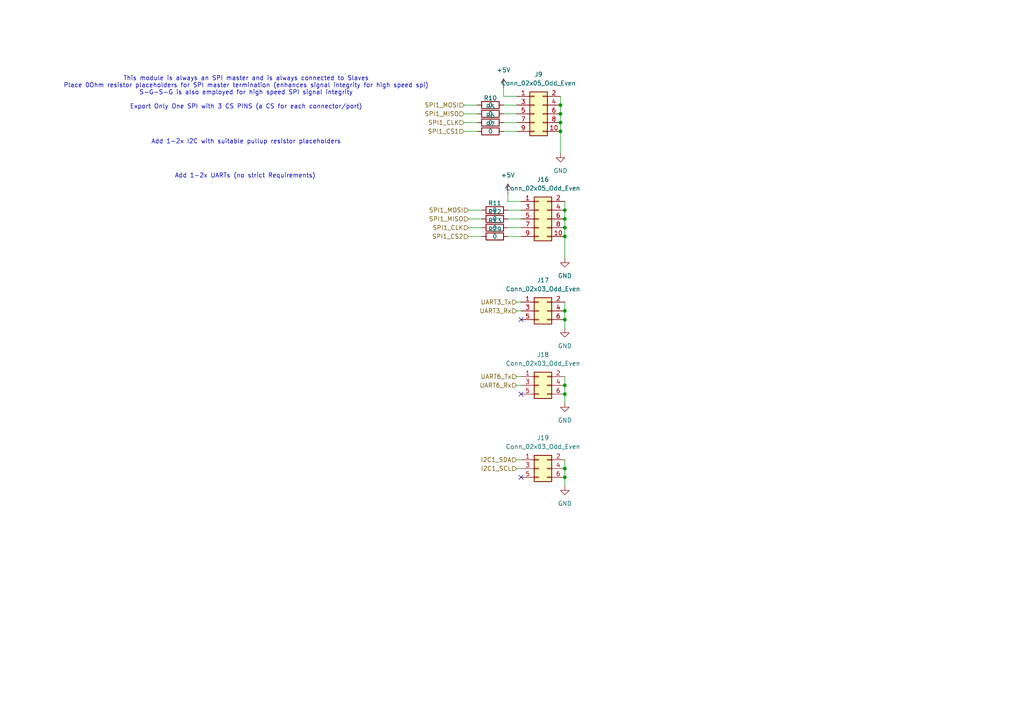
<source format=kicad_sch>
(kicad_sch (version 20250114) (generator "eeschema") (generator_version "9.0")
  (paper "A4")
  (lib_symbols
    (symbol "Connector_Generic:Conn_02x03_Odd_Even" (pin_names (offset 1.016) (hide yes))
      (property "Reference" "J" (at 1.27 5.08 0))
      (property "Value" "Conn_02x03_Odd_Even" (at 1.27 -5.08 0))
      (symbol "Conn_02x03_Odd_Even_1_1"
        (rectangle (start -1.27 3.81) (end 3.81 -3.81) (stroke (width 0.254)) (fill (type background)))
        (rectangle (start -1.27 2.667) (end 0 2.413) (stroke (width 0.1524)))
        (rectangle (start -1.27 0.127) (end 0 -0.127) (stroke (width 0.1524)))
        (rectangle (start -1.27 -2.413) (end 0 -2.667) (stroke (width 0.1524)))
        (rectangle (start 3.81 2.667) (end 2.54 2.413) (stroke (width 0.1524)))
        (rectangle (start 3.81 0.127) (end 2.54 -0.127) (stroke (width 0.1524)))
        (rectangle (start 3.81 -2.413) (end 2.54 -2.667) (stroke (width 0.1524)))
        (pin passive line (at -5.08 2.54 0) (length 3.81) (name "Pin_1") (number "1"))
        (pin passive line (at -5.08 0 0) (length 3.81) (name "Pin_3") (number "3"))
        (pin passive line (at -5.08 -2.54 0) (length 3.81) (name "Pin_5") (number "5"))
        (pin passive line (at 7.62 2.54 180) (length 3.81) (name "Pin_2") (number "2"))
        (pin passive line (at 7.62 0 180) (length 3.81) (name "Pin_4") (number "4"))
        (pin passive line (at 7.62 -2.54 180) (length 3.81) (name "Pin_6") (number "6"))
      )
    )
    (symbol "Connector_Generic:Conn_02x05_Odd_Even" (pin_names (offset 1.016) (hide yes))
      (property "Reference" "J" (at 1.27 7.62 0))
      (property "Value" "Conn_02x05_Odd_Even" (at 1.27 -7.62 0))
      (symbol "Conn_02x05_Odd_Even_1_1"
        (rectangle (start -1.27 6.35) (end 3.81 -6.35) (stroke (width 0.254)) (fill (type background)))
        (rectangle (start -1.27 5.207) (end 0 4.953) (stroke (width 0.1524)))
        (rectangle (start -1.27 2.667) (end 0 2.413) (stroke (width 0.1524)))
        (rectangle (start -1.27 0.127) (end 0 -0.127) (stroke (width 0.1524)))
        (rectangle (start -1.27 -2.413) (end 0 -2.667) (stroke (width 0.1524)))
        (rectangle (start -1.27 -4.953) (end 0 -5.207) (stroke (width 0.1524)))
        (rectangle (start 3.81 5.207) (end 2.54 4.953) (stroke (width 0.1524)))
        (rectangle (start 3.81 2.667) (end 2.54 2.413) (stroke (width 0.1524)))
        (rectangle (start 3.81 0.127) (end 2.54 -0.127) (stroke (width 0.1524)))
        (rectangle (start 3.81 -2.413) (end 2.54 -2.667) (stroke (width 0.1524)))
        (rectangle (start 3.81 -4.953) (end 2.54 -5.207) (stroke (width 0.1524)))
        (pin passive line (at -5.08 5.08 0) (length 3.81) (name "Pin_1") (number "1"))
        (pin passive line (at -5.08 2.54 0) (length 3.81) (name "Pin_3") (number "3"))
        (pin passive line (at -5.08 0 0) (length 3.81) (name "Pin_5") (number "5"))
        (pin passive line (at -5.08 -2.54 0) (length 3.81) (name "Pin_7") (number "7"))
        (pin passive line (at -5.08 -5.08 0) (length 3.81) (name "Pin_9") (number "9"))
        (pin passive line (at 7.62 5.08 180) (length 3.81) (name "Pin_2") (number "2"))
        (pin passive line (at 7.62 2.54 180) (length 3.81) (name "Pin_4") (number "4"))
        (pin passive line (at 7.62 0 180) (length 3.81) (name "Pin_6") (number "6"))
        (pin passive line (at 7.62 -2.54 180) (length 3.81) (name "Pin_8") (number "8"))
        (pin passive line (at 7.62 -5.08 180) (length 3.81) (name "Pin_10") (number "10"))
      )
    )
    (symbol "Device:R" (pin_numbers (hide yes)) (pin_names (offset 0))
      (property "Reference" "R" (at 2.032 0 90))
      (property "Value" "R" (at 0 0 90))
      (symbol "R_0_1"
        (rectangle (start -1.016 -2.54) (end 1.016 2.54) (stroke (width 0.254)))
      )
      (symbol "R_1_1"
        (pin passive line (at 0 3.81 270) (length 1.27) (name "~") (number "1"))
        (pin passive line (at 0 -3.81 90) (length 1.27) (name "~") (number "2"))
      )
    )
    (symbol "power:+5V" (power) (pin_numbers (hide yes)) (pin_names (offset 0) (hide yes))
      (property "Value" "+5V" (at 0 3.556 0))
      (symbol "+5V_0_1"
        (polyline (pts (xy -0.762 1.27) (xy 0 2.54)))
        (polyline (pts (xy 0 2.54) (xy 0.762 1.27)))
        (polyline (pts (xy 0 0) (xy 0 2.54)))
      )
      (symbol "+5V_1_1"
        (pin power_in line (at 0 0 90) (length 0) (name "~") (number "1"))
      )
    )
    (symbol "power:GND" (power) (pin_numbers (hide yes)) (pin_names (offset 0) (hide yes))
      (property "Value" "GND" (at 0 -3.81 0))
      (symbol "GND_0_1"
        (polyline (pts (xy 0 0) (xy 0 -1.27) (xy 1.27 -1.27) (xy 0 -2.54) (xy -1.27 -1.27) (xy 0 -1.27)))
      )
      (symbol "GND_1_1"
        (pin power_in line (at 0 0 270) (length 0) (name "~") (number "1"))
      )
    )
  )
  (text "Add 1-2x I2C with suitable pullup resistor placeholders\n" (at 71.374 41.148 0) (effects (font (size 1.27 1.27))))
  (text "Add 1-2x UARTs (no strict Requirements)\n" (at 71.12 51.054 0) (effects (font (size 1.27 1.27))))
  (text "This module is always an SPI master and is always connected to Slaves\nPlace 0Ohm resistor placeholders for SPI master termination (enhances signal integrity for high speed spi)\nS-G-S-G is also employed for high speed SPI signal integrity\n\nExport Only One SPI with 3 CS PINS (a CS for each connector/port)" (at 71.374 26.924 0) (effects (font (size 1.27 1.27))))
  (junction (at 163.83 111.76))
  (junction (at 163.83 66.04))
  (junction (at 162.56 33.02))
  (junction (at 163.83 60.96))
  (junction (at 163.83 135.89))
  (junction (at 163.83 138.43))
  (junction (at 163.83 63.5))
  (junction (at 163.83 92.71))
  (junction (at 163.83 68.58))
  (junction (at 162.56 30.48))
  (junction (at 163.83 114.3))
  (junction (at 162.56 38.1))
  (junction (at 163.83 90.17))
  (junction (at 162.56 35.56))
  (no_connect (at 151.13 114.3))
  (no_connect (at 151.13 138.43))
  (no_connect (at 151.13 92.71))
  (wire (pts (xy 149.86 109.22) (xy 151.13 109.22)))
  (wire (pts (xy 163.83 135.89) (xy 163.83 138.43)))
  (wire (pts (xy 134.62 35.56) (xy 138.43 35.56)))
  (wire (pts (xy 149.86 87.63) (xy 151.13 87.63)))
  (wire (pts (xy 162.56 38.1) (xy 162.56 44.45)))
  (wire (pts (xy 163.83 138.43) (xy 163.83 140.97)))
  (wire (pts (xy 147.32 60.96) (xy 151.13 60.96)))
  (wire (pts (xy 147.32 68.58) (xy 151.13 68.58)))
  (wire (pts (xy 163.83 66.04) (xy 163.83 68.58)))
  (wire (pts (xy 163.83 90.17) (xy 163.83 92.71)))
  (wire (pts (xy 163.83 109.22) (xy 163.83 111.76)))
  (wire (pts (xy 149.86 90.17) (xy 151.13 90.17)))
  (wire (pts (xy 163.83 114.3) (xy 163.83 116.84)))
  (wire (pts (xy 146.05 25.4) (xy 146.05 27.94)))
  (wire (pts (xy 163.83 111.76) (xy 163.83 114.3)))
  (wire (pts (xy 146.05 38.1) (xy 149.86 38.1)))
  (wire (pts (xy 149.86 135.89) (xy 151.13 135.89)))
  (wire (pts (xy 146.05 35.56) (xy 149.86 35.56)))
  (wire (pts (xy 163.83 92.71) (xy 163.83 95.25)))
  (wire (pts (xy 163.83 133.35) (xy 163.83 135.89)))
  (wire (pts (xy 163.83 87.63) (xy 163.83 90.17)))
  (wire (pts (xy 147.32 58.42) (xy 151.13 58.42)))
  (wire (pts (xy 163.83 58.42) (xy 163.83 60.96)))
  (wire (pts (xy 135.89 60.96) (xy 139.7 60.96)))
  (wire (pts (xy 149.86 133.35) (xy 151.13 133.35)))
  (wire (pts (xy 146.05 27.94) (xy 149.86 27.94)))
  (wire (pts (xy 135.89 68.58) (xy 139.7 68.58)))
  (wire (pts (xy 149.86 111.76) (xy 151.13 111.76)))
  (wire (pts (xy 147.32 63.5) (xy 151.13 63.5)))
  (wire (pts (xy 162.56 33.02) (xy 162.56 35.56)))
  (wire (pts (xy 163.83 63.5) (xy 163.83 66.04)))
  (wire (pts (xy 146.05 30.48) (xy 149.86 30.48)))
  (wire (pts (xy 162.56 35.56) (xy 162.56 38.1)))
  (wire (pts (xy 163.83 68.58) (xy 163.83 74.93)))
  (wire (pts (xy 134.62 38.1) (xy 138.43 38.1)))
  (wire (pts (xy 163.83 60.96) (xy 163.83 63.5)))
  (wire (pts (xy 147.32 66.04) (xy 151.13 66.04)))
  (wire (pts (xy 162.56 27.94) (xy 162.56 30.48)))
  (wire (pts (xy 162.56 30.48) (xy 162.56 33.02)))
  (wire (pts (xy 134.62 30.48) (xy 138.43 30.48)))
  (wire (pts (xy 135.89 63.5) (xy 139.7 63.5)))
  (wire (pts (xy 135.89 66.04) (xy 139.7 66.04)))
  (wire (pts (xy 147.32 55.88) (xy 147.32 58.42)))
  (wire (pts (xy 146.05 33.02) (xy 149.86 33.02)))
  (wire (pts (xy 134.62 33.02) (xy 138.43 33.02)))
  (hierarchical_label "SPI1_MOSI" (shape input) (at 134.62 30.48 180))
  (hierarchical_label "SPI1_MISO" (shape input) (at 135.89 63.5 180))
  (hierarchical_label "SPI1_MOSI" (shape input) (at 135.89 60.96 180))
  (hierarchical_label "I2C1_SDA" (shape input) (at 149.86 133.35 180))
  (hierarchical_label "UART3_Rx" (shape input) (at 149.86 90.17 180))
  (hierarchical_label "UART3_Tx" (shape input) (at 149.86 87.63 180))
  (hierarchical_label "SPI1_CS1" (shape input) (at 134.62 38.1 180))
  (hierarchical_label "SPI1_CS2" (shape input) (at 135.89 68.58 180))
  (hierarchical_label "UART6_Rx" (shape input) (at 149.86 111.76 180))
  (hierarchical_label "SPI1_CLK" (shape input) (at 134.62 35.56 180))
  (hierarchical_label "UART6_Tx" (shape input) (at 149.86 109.22 180))
  (hierarchical_label "I2C1_SCL" (shape input) (at 149.86 135.89 180))
  (hierarchical_label "SPI1_MISO" (shape input) (at 134.62 33.02 180))
  (hierarchical_label "SPI1_CLK" (shape input) (at 135.89 66.04 180))
  (symbol (lib_id "power:GND") (at 163.83 116.84 0) (unit 1)
    (property "Reference" "#PWR085" (effects (hide yes)))
    (property "Value" "GND" (at 163.83 121.92 0))
    (property "Description" "Power symbol creates a global label with name \"GND\" , ground" (effects (hide yes)))
  )
  (symbol (lib_id "power:+5V") (at 146.05 25.4 0) (unit 1)
    (property "Reference" "#PWR033" (effects (hide yes)))
    (property "Value" "+5V" (at 146.05 20.32 0))
    (property "Description" "Power symbol creates a global label with name \"+5V\"" (effects (hide yes)))
  )
  (symbol (lib_id "Device:R") (at 143.51 60.96 90) (unit 1)
    (property "Reference" "R11" (at 143.51 58.928 90))
    (property "Value" "0" (at 143.51 60.96 90))
    (property "Footprint" "Resistor_SMD:R_0805_2012Metric" (effects (hide yes)))
    (property "Description" "Resistor" (effects (hide yes)))
  )
  (symbol (lib_id "Device:R") (at 142.24 30.48 90) (unit 1)
    (property "Reference" "R10" (at 142.24 28.448 90))
    (property "Value" "0" (at 142.24 30.48 90))
    (property "Footprint" "Resistor_SMD:R_0805_2012Metric" (effects (hide yes)))
    (property "Description" "Resistor" (effects (hide yes)))
  )
  (symbol (lib_id "Device:R") (at 143.51 66.04 90) (unit 1)
    (property "Reference" "R13" (at 143.51 64.008 90))
    (property "Value" "0" (at 143.51 66.04 90))
    (property "Footprint" "Resistor_SMD:R_0805_2012Metric" (effects (hide yes)))
    (property "Description" "Resistor" (effects (hide yes)))
  )
  (symbol (lib_id "Device:R") (at 142.24 35.56 90) (unit 1)
    (property "Reference" "R6" (at 142.24 33.528 90))
    (property "Value" "0" (at 142.24 35.56 90))
    (property "Footprint" "Resistor_SMD:R_0805_2012Metric" (effects (hide yes)))
    (property "Description" "Resistor" (effects (hide yes)))
  )
  (symbol (lib_id "Device:R") (at 143.51 63.5 90) (unit 1)
    (property "Reference" "R12" (at 143.51 61.468 90))
    (property "Value" "0" (at 143.51 63.5 90))
    (property "Footprint" "Resistor_SMD:R_0805_2012Metric" (effects (hide yes)))
    (property "Description" "Resistor" (effects (hide yes)))
  )
  (symbol (lib_id "Connector_Generic:Conn_02x03_Odd_Even") (at 156.21 135.89 0) (unit 1)
    (property "Reference" "J19" (at 157.48 127 0))
    (property "Value" "Conn_02x03_Odd_Even" (at 157.48 129.54 0))
    (property "Footprint" "Connector_IDC:IDC-Header_2x03_P2.54mm_Vertical" (effects (hide yes)))
    (property "Description" "Generic connector, double row, 02x03, odd/even pin numbering scheme (row 1 odd numbers, row 2 even numbers), script generated (kicad-library-utils/schlib/autogen/connector/)" (effects (hide yes)))
  )
  (symbol (lib_id "Device:R") (at 143.51 68.58 90) (unit 1)
    (property "Reference" "R29" (at 143.51 66.548 90))
    (property "Value" "0" (at 143.51 68.58 90))
    (property "Footprint" "Resistor_SMD:R_0805_2012Metric" (effects (hide yes)))
    (property "Description" "Resistor" (effects (hide yes)))
  )
  (symbol (lib_id "Connector_Generic:Conn_02x03_Odd_Even") (at 156.21 111.76 0) (unit 1)
    (property "Reference" "J18" (at 157.48 102.87 0))
    (property "Value" "Conn_02x03_Odd_Even" (at 157.48 105.41 0))
    (property "Footprint" "Connector_IDC:IDC-Header_2x03_P2.54mm_Vertical" (effects (hide yes)))
    (property "Description" "Generic connector, double row, 02x03, odd/even pin numbering scheme (row 1 odd numbers, row 2 even numbers), script generated (kicad-library-utils/schlib/autogen/connector/)" (effects (hide yes)))
  )
  (symbol (lib_id "Device:R") (at 142.24 38.1 90) (unit 1)
    (property "Reference" "R7" (at 142.24 36.068 90))
    (property "Value" "0" (at 142.24 38.1 90))
    (property "Footprint" "Resistor_SMD:R_0805_2012Metric" (effects (hide yes)))
    (property "Description" "Resistor" (effects (hide yes)))
  )
  (symbol (lib_id "Device:R") (at 142.24 33.02 90) (unit 1)
    (property "Reference" "R5" (at 142.24 30.988 90))
    (property "Value" "0" (at 142.24 33.02 90))
    (property "Footprint" "Resistor_SMD:R_0805_2012Metric" (effects (hide yes)))
    (property "Description" "Resistor" (effects (hide yes)))
  )
  (symbol (lib_id "Connector_Generic:Conn_02x05_Odd_Even") (at 154.94 33.02 0) (unit 1)
    (property "Reference" "J9" (at 156.21 21.59 0))
    (property "Value" "Conn_02x05_Odd_Even" (at 156.21 24.13 0))
    (property "Footprint" "Connector_IDC:IDC-Header_2x05_P2.54mm_Vertical" (effects (hide yes)))
    (property "Description" "Generic connector, double row, 02x05, odd/even pin numbering scheme (row 1 odd numbers, row 2 even numbers), script generated (kicad-library-utils/schlib/autogen/connector/)" (effects (hide yes)))
  )
  (symbol (lib_id "power:+5V") (at 147.32 55.88 0) (unit 1)
    (property "Reference" "#PWR024" (effects (hide yes)))
    (property "Value" "+5V" (at 147.32 50.8 0))
    (property "Description" "Power symbol creates a global label with name \"+5V\"" (effects (hide yes)))
  )
  (symbol (lib_id "power:GND") (at 163.83 95.25 0) (unit 1)
    (property "Reference" "#PWR086" (effects (hide yes)))
    (property "Value" "GND" (at 163.83 100.33 0))
    (property "Description" "Power symbol creates a global label with name \"GND\" , ground" (effects (hide yes)))
  )
  (symbol (lib_id "power:GND") (at 162.56 44.45 0) (unit 1)
    (property "Reference" "#PWR034" (effects (hide yes)))
    (property "Value" "GND" (at 162.56 49.53 0))
    (property "Description" "Power symbol creates a global label with name \"GND\" , ground" (effects (hide yes)))
  )
  (symbol (lib_id "Connector_Generic:Conn_02x03_Odd_Even") (at 156.21 90.17 0) (unit 1)
    (property "Reference" "J17" (at 157.48 81.28 0))
    (property "Value" "Conn_02x03_Odd_Even" (at 157.48 83.82 0))
    (property "Footprint" "Connector_IDC:IDC-Header_2x03_P2.54mm_Vertical" (effects (hide yes)))
    (property "Description" "Generic connector, double row, 02x03, odd/even pin numbering scheme (row 1 odd numbers, row 2 even numbers), script generated (kicad-library-utils/schlib/autogen/connector/)" (effects (hide yes)))
  )
  (symbol (lib_id "power:GND") (at 163.83 140.97 0) (unit 1)
    (property "Reference" "#PWR087" (effects (hide yes)))
    (property "Value" "GND" (at 163.83 146.05 0))
    (property "Description" "Power symbol creates a global label with name \"GND\" , ground" (effects (hide yes)))
  )
  (symbol (lib_id "Connector_Generic:Conn_02x05_Odd_Even") (at 156.21 63.5 0) (unit 1)
    (property "Reference" "J16" (at 157.48 52.07 0))
    (property "Value" "Conn_02x05_Odd_Even" (at 157.48 54.61 0))
    (property "Footprint" "Connector_IDC:IDC-Header_2x05_P2.54mm_Vertical" (effects (hide yes)))
    (property "Description" "Generic connector, double row, 02x05, odd/even pin numbering scheme (row 1 odd numbers, row 2 even numbers), script generated (kicad-library-utils/schlib/autogen/connector/)" (effects (hide yes)))
  )
  (symbol (lib_id "power:GND") (at 163.83 74.93 0) (unit 1)
    (property "Reference" "#PWR084" (effects (hide yes)))
    (property "Value" "GND" (at 163.83 80.01 0))
    (property "Description" "Power symbol creates a global label with name \"GND\" , ground" (effects (hide yes)))
  )
)
</source>
